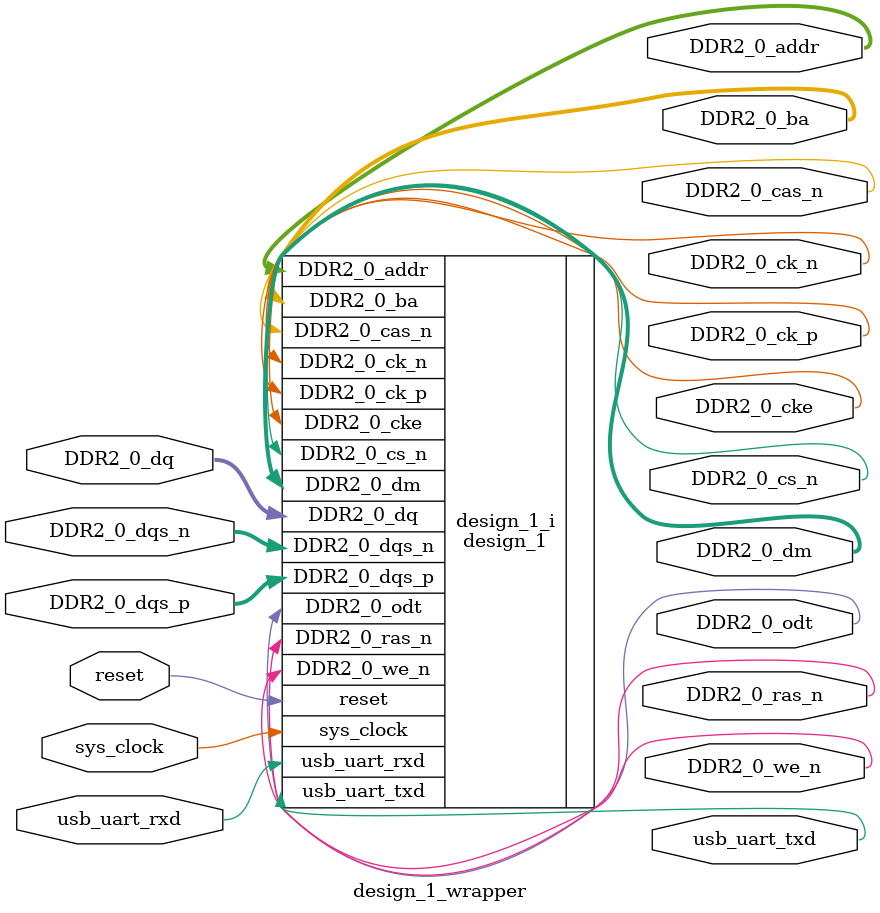
<source format=v>
`timescale 1 ps / 1 ps

module design_1_wrapper
   (DDR2_0_addr,
    DDR2_0_ba,
    DDR2_0_cas_n,
    DDR2_0_ck_n,
    DDR2_0_ck_p,
    DDR2_0_cke,
    DDR2_0_cs_n,
    DDR2_0_dm,
    DDR2_0_dq,
    DDR2_0_dqs_n,
    DDR2_0_dqs_p,
    DDR2_0_odt,
    DDR2_0_ras_n,
    DDR2_0_we_n,
    reset,
    sys_clock,
    usb_uart_rxd,
    usb_uart_txd);
  output [12:0]DDR2_0_addr;
  output [2:0]DDR2_0_ba;
  output DDR2_0_cas_n;
  output [0:0]DDR2_0_ck_n;
  output [0:0]DDR2_0_ck_p;
  output [0:0]DDR2_0_cke;
  output [0:0]DDR2_0_cs_n;
  output [1:0]DDR2_0_dm;
  inout [15:0]DDR2_0_dq;
  inout [1:0]DDR2_0_dqs_n;
  inout [1:0]DDR2_0_dqs_p;
  output [0:0]DDR2_0_odt;
  output DDR2_0_ras_n;
  output DDR2_0_we_n;
  input reset;
  input sys_clock;
  input usb_uart_rxd;
  output usb_uart_txd;

  wire [12:0]DDR2_0_addr;
  wire [2:0]DDR2_0_ba;
  wire DDR2_0_cas_n;
  wire [0:0]DDR2_0_ck_n;
  wire [0:0]DDR2_0_ck_p;
  wire [0:0]DDR2_0_cke;
  wire [0:0]DDR2_0_cs_n;
  wire [1:0]DDR2_0_dm;
  wire [15:0]DDR2_0_dq;
  wire [1:0]DDR2_0_dqs_n;
  wire [1:0]DDR2_0_dqs_p;
  wire [0:0]DDR2_0_odt;
  wire DDR2_0_ras_n;
  wire DDR2_0_we_n;
  wire reset;
  wire sys_clock;
  wire usb_uart_rxd;
  wire usb_uart_txd;

  design_1 design_1_i
       (.DDR2_0_addr(DDR2_0_addr),
        .DDR2_0_ba(DDR2_0_ba),
        .DDR2_0_cas_n(DDR2_0_cas_n),
        .DDR2_0_ck_n(DDR2_0_ck_n),
        .DDR2_0_ck_p(DDR2_0_ck_p),
        .DDR2_0_cke(DDR2_0_cke),
        .DDR2_0_cs_n(DDR2_0_cs_n),
        .DDR2_0_dm(DDR2_0_dm),
        .DDR2_0_dq(DDR2_0_dq),
        .DDR2_0_dqs_n(DDR2_0_dqs_n),
        .DDR2_0_dqs_p(DDR2_0_dqs_p),
        .DDR2_0_odt(DDR2_0_odt),
        .DDR2_0_ras_n(DDR2_0_ras_n),
        .DDR2_0_we_n(DDR2_0_we_n),
        .reset(reset),
        .sys_clock(sys_clock),
        .usb_uart_rxd(usb_uart_rxd),
        .usb_uart_txd(usb_uart_txd));
endmodule

</source>
